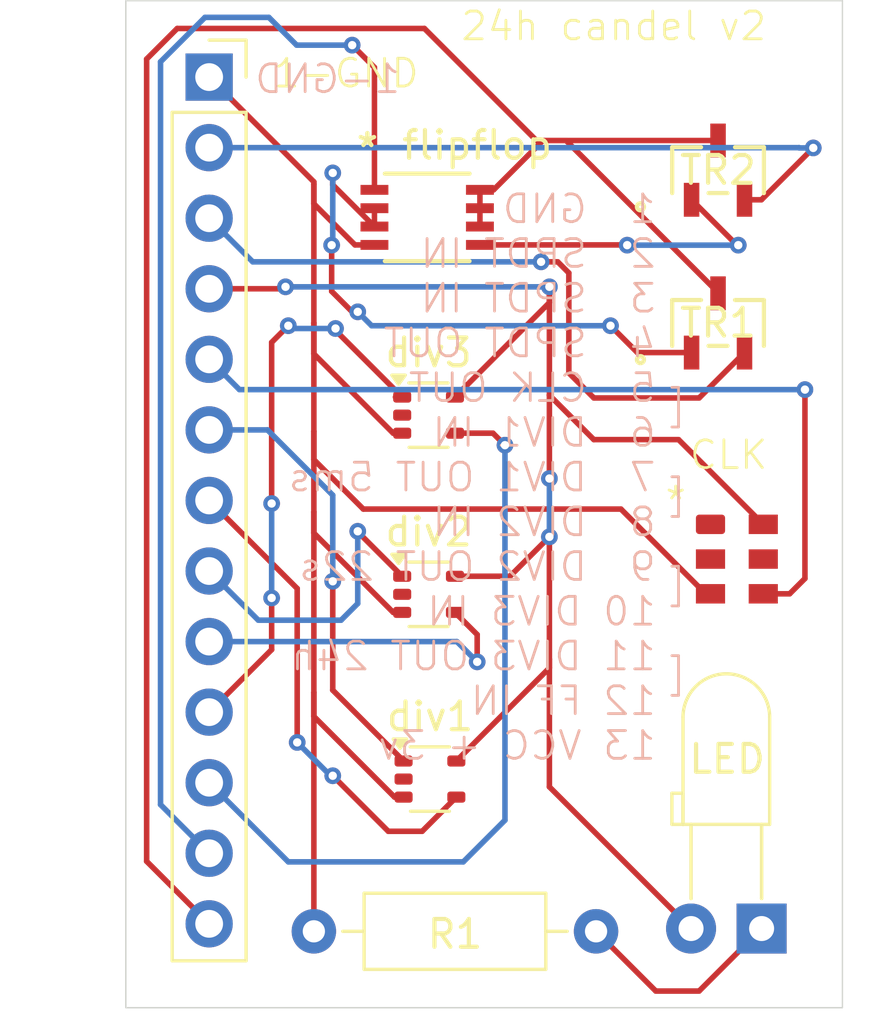
<source format=kicad_pcb>
(kicad_pcb (version 20240108) (generator "pcbnew") (generator_version "8.0")
  (layers (0 "F.Cu" signal) (31 "B.Cu" signal) (34 "B.Paste" user) (35 "F.Paste" user) (36 "B.SilkS" user "B.Silkscreen") (37 "F.SilkS" user "F.Silkscreen") (38 "B.Mask" user) (39 "F.Mask" user) (44 "Edge.Cuts" user))
  (net 0 "")
  (net 1 "Net-(D1-K)")
  (net 2 "Net-(J7-Pin_6)")
  (net 3 "Net-(J7-Pin_7)")
  (net 4 "Net-(J7-Pin_9)")
  (net 5 "Net-(J7-Pin_8)")
  (net 6 "Net-(J7-Pin_10)")
  (net 7 "Net-(J7-Pin_11)")
  (net 8 "Net-(J7-Pin_3)")
  (net 9 "Net-(J7-Pin_2)")
  (net 10 "Net-(TR1-Pad1)")
  (net 11 "Net-(TR2-Pad1)")
  (net 12 "Net-(J7-Pin_12)")
  (net 13 "Net-(CLK1-GND)")
  (net 14 "Net-(CLK1-Vdd)")
  (net 17 "Net-(CLK1-CLK+)")
  (net 22 "/GND")
  (footprint "CustomComponents:MTR_MMBT2222A-TP_MCE" (layer "F.Cu") (at 143.5715 58.1)
    (property "Reference" "TR2" (at 0 0 0) (layer "F.SilkS"))
    (property "Value" "MMBT2222A-TP")
    (fp_line (start -1.651 -0.8255) (end -1.651 0.8255) (stroke (width 0.1524)) (layer "F.SilkS"))
    (fp_line (start -0.61214 -0.8255) (end -1.651 -0.8255) (stroke (width 0.1524)) (layer "F.SilkS"))
    (fp_line (start -0.34036 0.8255) (end 0.34036 0.8255) (stroke (width 0.1524)) (layer "F.SilkS"))
    (fp_line (start 1.651 -0.8255) (end 0.61214 -0.8255) (stroke (width 0.1524)) (layer "F.SilkS"))
    (fp_line (start 1.651 0.8255) (end 1.651 -0.8255) (stroke (width 0.1524)) (layer "F.SilkS"))
    (fp_circle (center -2.794 1.3208) (end -2.667 1.3208) (stroke (width 0.1524)) (fill none) (layer "F.SilkS"))
    (pad "1" smd rect (at -0.9525 1.0668) (size 0.5588 1.2192) (layers "F.Cu" "F.Paste" "F.Mask") (net 11 "Net-(TR2-Pad1)"))
    (pad "2" smd rect (at 0.9525 1.0668) (size 0.5588 1.2192) (layers "F.Cu" "F.Paste" "F.Mask") (net 9 "Net-(J7-Pin_2)"))
    (pad "3" smd rect (at 0 -1.0668) (size 0.5588 1.2192) (layers "F.Cu" "F.Paste" "F.Mask") (net 22 "/GND"))
  )
  (footprint "Package_TO_SOT_SMD:SOT-353_SC-70-5" (layer "F.Cu") (at 133.15 66.9188)
    (property "Reference" "div3" (at 0 -2.25 0) (layer "F.SilkS"))
    (property "Value" "74AHC1G4210")
    (fp_line (start -0.71 -1.16) (end 0.7 -1.16) (stroke (width 0.12)) (layer "F.SilkS"))
    (fp_line (start -0.7 1.16) (end 0.7 1.16) (stroke (width 0.12)) (layer "F.SilkS"))
    (fp_poly (pts (xy -1.08 -1.11) (xy -1.32 -1.44) (xy -0.84 -1.44) (xy -1.08 -1.11)) (stroke (width 0.12)) (fill solid) (layer "F.SilkS"))
    (pad "1" smd roundrect (at -0.95 -0.65) (size 0.65 0.4) (layers "F.Cu" "F.Paste" "F.Mask") (net 6 "Net-(J7-Pin_10)"))
    (pad "2" smd roundrect (at -0.95 0) (size 0.65 0.4) (layers "F.Cu" "F.Paste" "F.Mask"))
    (pad "3" smd roundrect (at -0.95 0.65) (size 0.65 0.4) (layers "F.Cu" "F.Paste" "F.Mask") (net 13 "Net-(CLK1-GND)"))
    (pad "4" smd roundrect (at 0.95 0.65) (size 0.65 0.4) (layers "F.Cu" "F.Paste" "F.Mask") (net 7 "Net-(J7-Pin_11)"))
    (pad "5" smd roundrect (at 0.95 -0.65) (size 0.65 0.4) (layers "F.Cu" "F.Paste" "F.Mask") (net 14 "Net-(CLK1-Vdd)"))
  )
  (footprint "Resistor_THT:R_Axial_DIN0207_L6.3mm_D2.5mm_P10.16mm_Horizontal" (layer "F.Cu") (at 129.02 85.5)
    (property "Reference" "R1" (at 5.08 0.1 0) (layer "F.SilkS"))
    (property "Value" "R")
    (fp_line (start 1.04 0) (end 1.81 0) (stroke (width 0.12)) (layer "F.SilkS"))
    (fp_line (start 1.81 -1.37) (end 1.81 1.37) (stroke (width 0.12)) (layer "F.SilkS"))
    (fp_line (start 1.81 1.37) (end 8.35 1.37) (stroke (width 0.12)) (layer "F.SilkS"))
    (fp_line (start 8.35 -1.37) (end 1.81 -1.37) (stroke (width 0.12)) (layer "F.SilkS"))
    (fp_line (start 8.35 1.37) (end 8.35 -1.37) (stroke (width 0.12)) (layer "F.SilkS"))
    (fp_line (start 9.12 0) (end 8.35 0) (stroke (width 0.12)) (layer "F.SilkS"))
    (pad "1" thru_hole circle (at 0 0) (size 1.6 1.6) (drill 0.8) (layers "*.Cu" "*.Mask") (net 13 "Net-(CLK1-GND)"))
    (pad "2" thru_hole oval (at 10.16 0) (size 1.6 1.6) (drill 0.8) (layers "*.Cu" "*.Mask") (net 1 "Net-(D1-K)"))
  )
  (footprint "CustomComponents:SM8_TOS" (layer "F.Cu") (at 133.1 59.8)
    (property "Reference" "flipflop" (at 1.8 -2.6 0) (layer "F.SilkS"))
    (property "Value" "TC7W74FU_LF")
    (fp_line (start -1.524 1.5748) (end 1.524 1.5748) (stroke (width 0.1524)) (layer "F.SilkS"))
    (fp_line (start 1.524 -1.5748) (end -1.524 -1.5748) (stroke (width 0.1524)) (layer "F.SilkS"))
    (fp_text user "*" (at -2.15265 -2.4892 0) (layer "F.SilkS"))
    (fp_text user "*" (at -2.15265 -2.4892 0) (layer "F.SilkS"))
    (pad "1" smd rect (at -1.89865 -0.9906) (size 1.0033 0.3556) (layers "F.Cu" "F.Paste" "F.Mask") (net 12 "Net-(J7-Pin_12)"))
    (pad "2" smd rect (at -1.89865 -0.3302) (size 1.0033 0.3556) (layers "F.Cu" "F.Paste" "F.Mask") (net 10 "Net-(TR1-Pad1)"))
    (pad "3" smd rect (at -1.89865 0.3302) (size 1.0033 0.3556) (layers "F.Cu" "F.Paste" "F.Mask") (net 10 "Net-(TR1-Pad1)"))
    (pad "4" smd rect (at -1.89865 0.9906) (size 1.0033 0.3556) (layers "F.Cu" "F.Paste" "F.Mask") (net 13 "Net-(CLK1-GND)"))
    (pad "5" smd rect (at 1.89865 0.9906) (size 1.0033 0.3556) (layers "F.Cu" "F.Paste" "F.Mask") (net 11 "Net-(TR2-Pad1)"))
    (pad "6" smd rect (at 1.89865 0.3302) (size 1.0033 0.3556) (layers "F.Cu" "F.Paste" "F.Mask") (net 22 "/GND"))
    (pad "7" smd rect (at 1.89865 -0.3302) (size 1.0033 0.3556) (layers "F.Cu" "F.Paste" "F.Mask") (net 22 "/GND"))
    (pad "8" smd rect (at 1.89865 -0.9906) (size 1.0033 0.3556) (layers "F.Cu" "F.Paste" "F.Mask") (net 22 "/GND"))
  )
  (footprint "Connector_PinSocket_2.54mm:PinSocket_1x13_P2.54mm_Vertical" (layer "F.Cu") (at 125.25 54.75)
    (property "Reference" "J7" (hide yes))
    (property "Value" "Conn_01x13_Socket")
    (fp_line (start -1.33 1.27) (end -1.33 31.81) (stroke (width 0.12)) (layer "F.SilkS"))
    (fp_line (start -1.33 1.27) (end 1.33 1.27) (stroke (width 0.12)) (layer "F.SilkS"))
    (fp_line (start -1.33 31.81) (end 1.33 31.81) (stroke (width 0.12)) (layer "F.SilkS"))
    (fp_line (start 0 -1.33) (end 1.33 -1.33) (stroke (width 0.12)) (layer "F.SilkS"))
    (fp_line (start 1.33 -1.33) (end 1.33 0) (stroke (width 0.12)) (layer "F.SilkS"))
    (fp_line (start 1.33 1.27) (end 1.33 31.81) (stroke (width 0.12)) (layer "F.SilkS"))
    (pad "1" thru_hole rect (at 0 0) (size 1.7 1.7) (drill 1) (layers "*.Cu" "*.Mask") (net 13 "Net-(CLK1-GND)"))
    (pad "2" thru_hole oval (at 0 2.54) (size 1.7 1.7) (drill 1) (layers "*.Cu" "*.Mask") (net 9 "Net-(J7-Pin_2)"))
    (pad "3" thru_hole oval (at 0 5.08) (size 1.7 1.7) (drill 1) (layers "*.Cu" "*.Mask") (net 8 "Net-(J7-Pin_3)"))
    (pad "4" thru_hole oval (at 0 7.62) (size 1.7 1.7) (drill 1) (layers "*.Cu" "*.Mask") (net 14 "Net-(CLK1-Vdd)"))
    (pad "5" thru_hole oval (at 0 10.16) (size 1.7 1.7) (drill 1) (layers "*.Cu" "*.Mask") (net 17 "Net-(CLK1-CLK+)"))
    (pad "6" thru_hole oval (at 0 12.7) (size 1.7 1.7) (drill 1) (layers "*.Cu" "*.Mask") (net 2 "Net-(J7-Pin_6)"))
    (pad "7" thru_hole oval (at 0 15.24) (size 1.7 1.7) (drill 1) (layers "*.Cu" "*.Mask") (net 3 "Net-(J7-Pin_7)"))
    (pad "8" thru_hole oval (at 0 17.78) (size 1.7 1.7) (drill 1) (layers "*.Cu" "*.Mask") (net 5 "Net-(J7-Pin_8)"))
    (pad "9" thru_hole oval (at 0 20.32) (size 1.7 1.7) (drill 1) (layers "*.Cu" "*.Mask") (net 4 "Net-(J7-Pin_9)"))
    (pad "10" thru_hole oval (at 0 22.86) (size 1.7 1.7) (drill 1) (layers "*.Cu" "*.Mask") (net 6 "Net-(J7-Pin_10)"))
    (pad "11" thru_hole oval (at 0 25.4) (size 1.7 1.7) (drill 1) (layers "*.Cu" "*.Mask") (net 7 "Net-(J7-Pin_11)"))
    (pad "12" thru_hole oval (at 0 27.94) (size 1.7 1.7) (drill 1) (layers "*.Cu" "*.Mask") (net 12 "Net-(J7-Pin_12)"))
    (pad "13" thru_hole oval (at 0 30.48) (size 1.7 1.7) (drill 1) (layers "*.Cu" "*.Mask") (net 22 "/GND"))
  )
  (footprint "Package_TO_SOT_SMD:SOT-353_SC-70-5" (layer "F.Cu") (at 133.2 80.0188)
    (property "Reference" "div1" (at 0 -2.25 0) (layer "F.SilkS"))
    (property "Value" "74AHC1G4210")
    (fp_line (start -0.71 -1.16) (end 0.7 -1.16) (stroke (width 0.12)) (layer "F.SilkS"))
    (fp_line (start -0.7 1.16) (end 0.7 1.16) (stroke (width 0.12)) (layer "F.SilkS"))
    (fp_poly (pts (xy -1.08 -1.11) (xy -1.32 -1.44) (xy -0.84 -1.44) (xy -1.08 -1.11)) (stroke (width 0.12)) (fill solid) (layer "F.SilkS"))
    (pad "1" smd roundrect (at -0.95 -0.65) (size 0.65 0.4) (layers "F.Cu" "F.Paste" "F.Mask") (net 2 "Net-(J7-Pin_6)"))
    (pad "2" smd roundrect (at -0.95 0) (size 0.65 0.4) (layers "F.Cu" "F.Paste" "F.Mask"))
    (pad "3" smd roundrect (at -0.95 0.65) (size 0.65 0.4) (layers "F.Cu" "F.Paste" "F.Mask") (net 13 "Net-(CLK1-GND)"))
    (pad "4" smd roundrect (at 0.95 0.65) (size 0.65 0.4) (layers "F.Cu" "F.Paste" "F.Mask") (net 3 "Net-(J7-Pin_7)"))
    (pad "5" smd roundrect (at 0.95 -0.65) (size 0.65 0.4) (layers "F.Cu" "F.Paste" "F.Mask") (net 14 "Net-(CLK1-Vdd)"))
  )
  (footprint "LED_THT:LED_D3.0mm_Horizontal_O3.81mm_Z10.0mm" (layer "F.Cu") (at 145.14 85.4 180)
    (property "Reference" "LED" (at 1.24 6.1 180) (layer "F.SilkS"))
    (property "Value" "LED")
    (fp_line (start 3.23 4.87) (end 2.83 4.87) (stroke (width 0.12)) (layer "F.SilkS"))
    (fp_line (start 3.23 3.75) (end 3.23 4.87) (stroke (width 0.12)) (layer "F.SilkS"))
    (fp_line (start 2.83 4.87) (end 2.83 3.75) (stroke (width 0.12)) (layer "F.SilkS"))
    (fp_line (start 2.83 3.75) (end 3.23 3.75) (stroke (width 0.12)) (layer "F.SilkS"))
    (fp_line (start 2.83 3.75) (end 2.83 7.61) (stroke (width 0.12)) (layer "F.SilkS"))
    (fp_line (start 2.54 3.75) (end 2.54 3.75) (stroke (width 0.12)) (layer "F.SilkS"))
    (fp_line (start 2.54 3.75) (end 2.54 1.08) (stroke (width 0.12)) (layer "F.SilkS"))
    (fp_line (start 2.54 1.08) (end 2.54 3.75) (stroke (width 0.12)) (layer "F.SilkS"))
    (fp_line (start 2.54 1.08) (end 2.54 1.08) (stroke (width 0.12)) (layer "F.SilkS"))
    (fp_line (start 0 3.75) (end 0 3.75) (stroke (width 0.12)) (layer "F.SilkS"))
    (fp_line (start 0 3.75) (end 0 1.08) (stroke (width 0.12)) (layer "F.SilkS"))
    (fp_line (start 0 1.08) (end 0 3.75) (stroke (width 0.12)) (layer "F.SilkS"))
    (fp_line (start 0 1.08) (end 0 1.08) (stroke (width 0.12)) (layer "F.SilkS"))
    (fp_line (start -0.29 3.75) (end 2.83 3.75) (stroke (width 0.12)) (layer "F.SilkS"))
    (fp_line (start -0.29 3.75) (end -0.29 7.61) (stroke (width 0.12)) (layer "F.SilkS"))
    (fp_arc (start 2.83 7.61) (mid 1.27 9.17) (end -0.29 7.61) (stroke (width 0.12)) (layer "F.SilkS"))
    (pad "1" thru_hole rect (at 0 0 180) (size 1.8 1.8) (drill 0.9) (layers "*.Cu" "*.Mask") (net 1 "Net-(D1-K)"))
    (pad "2" thru_hole circle (at 2.54 0 180) (size 1.8 1.8) (drill 0.9) (layers "*.Cu" "*.Mask") (net 14 "Net-(CLK1-Vdd)"))
  )
  (footprint "Package_TO_SOT_SMD:SOT-353_SC-70-5" (layer "F.Cu") (at 133.15 73.3688)
    (property "Reference" "div2" (at 0 -2.25 0) (layer "F.SilkS"))
    (property "Value" "74AHC1G4210")
    (fp_line (start -0.71 -1.16) (end 0.7 -1.16) (stroke (width 0.12)) (layer "F.SilkS"))
    (fp_line (start -0.7 1.16) (end 0.7 1.16) (stroke (width 0.12)) (layer "F.SilkS"))
    (fp_poly (pts (xy -1.08 -1.11) (xy -1.32 -1.44) (xy -0.84 -1.44) (xy -1.08 -1.11)) (stroke (width 0.12)) (fill solid) (layer "F.SilkS"))
    (pad "1" smd roundrect (at -0.95 -0.65) (size 0.65 0.4) (layers "F.Cu" "F.Paste" "F.Mask") (net 5 "Net-(J7-Pin_8)"))
    (pad "2" smd roundrect (at -0.95 0) (size 0.65 0.4) (layers "F.Cu" "F.Paste" "F.Mask"))
    (pad "3" smd roundrect (at -0.95 0.65) (size 0.65 0.4) (layers "F.Cu" "F.Paste" "F.Mask") (net 13 "Net-(CLK1-GND)"))
    (pad "4" smd roundrect (at 0.95 0.65) (size 0.65 0.4) (layers "F.Cu" "F.Paste" "F.Mask") (net 4 "Net-(J7-Pin_9)"))
    (pad "5" smd roundrect (at 0.95 -0.65) (size 0.65 0.4) (layers "F.Cu" "F.Paste" "F.Mask") (net 14 "Net-(CLK1-Vdd)"))
  )
  (footprint "CustomComponents:510ACA000383BAGR" (layer "F.Cu") (at 141.4 69.6)
    (property "Reference" "CLK" (at 2.55 -1.25 0) (layer "F.SilkS") (effects (font (thickness 0.1))))
    (property "Value" "~")
    (pad "1" smd roundrect (at 1.9 1.25) (size 1.05 0.7) (layers "F.Cu" "F.Paste" "F.Mask") (roundrect_rratio 0.1640419948))
    (pad "2" smd rect (at 1.9 2.5) (size 1.05 0.7) (layers "F.Cu" "F.Paste" "F.Mask"))
    (pad "3" smd rect (at 1.9 3.75) (size 1.05 0.7) (layers "F.Cu" "F.Paste" "F.Mask") (net 13 "Net-(CLK1-GND)"))
    (pad "4" smd rect (at 3.8 3.75) (size 1.05 0.7) (layers "F.Cu" "F.Paste" "F.Mask") (net 17 "Net-(CLK1-CLK+)"))
    (pad "5" smd rect (at 3.8 2.5) (size 1.05 0.7) (layers "F.Cu" "F.Paste" "F.Mask"))
    (pad "6" smd rect (at 3.8 1.25) (size 1.05 0.7) (layers "F.Cu" "F.Paste" "F.Mask") (net 14 "Net-(CLK1-Vdd)"))
  )
  (footprint "CustomComponents:MTR_MMBT2222A-TP_MCE" (layer "F.Cu") (at 143.5715 63.6)
    (property "Reference" "TR1" (at 0 0 0) (layer "F.SilkS"))
    (property "Value" "MMBT2222A-TP")
    (fp_line (start -1.651 -0.8255) (end -1.651 0.8255) (stroke (width 0.1524)) (layer "F.SilkS"))
    (fp_line (start -0.61214 -0.8255) (end -1.651 -0.8255) (stroke (width 0.1524)) (layer "F.SilkS"))
    (fp_line (start -0.34036 0.8255) (end 0.34036 0.8255) (stroke (width 0.1524)) (layer "F.SilkS"))
    (fp_line (start 1.651 -0.8255) (end 0.61214 -0.8255) (stroke (width 0.1524)) (layer "F.SilkS"))
    (fp_line (start 1.651 0.8255) (end 1.651 -0.8255) (stroke (width 0.1524)) (layer "F.SilkS"))
    (fp_circle (center -2.794 1.3208) (end -2.667 1.3208) (stroke (width 0.1524)) (fill none) (layer "F.SilkS"))
    (pad "1" smd rect (at -0.9525 1.0668) (size 0.5588 1.2192) (layers "F.Cu" "F.Paste" "F.Mask") (net 10 "Net-(TR1-Pad1)"))
    (pad "2" smd rect (at 0.9525 1.0668) (size 0.5588 1.2192) (layers "F.Cu" "F.Paste" "F.Mask") (net 8 "Net-(J7-Pin_3)"))
    (pad "3" smd rect (at 0 -1.0668) (size 0.5588 1.2192) (layers "F.Cu" "F.Paste" "F.Mask") (net 22 "/GND"))
  )
  (gr_rect (start 122.25 52) (end 148.05 88.25) (stroke (width 0.05)) (fill none) (layer "Edge.Cuts"))
  (gr_text "[\n\n[\n\n[\n\n[\n" (at 142.5 76.8 0) (layer "B.SilkS") (effects (font (size 1 1) (thickness 0.1)) (justify left bottom mirror)))
  (gr_text "1-GND" (at 132.2 55.4 0) (layer "B.SilkS") (effects (font (size 1 1) (thickness 0.1)) (justify left bottom mirror)))
  (gr_text "1  GND\n2  SPDT IN\n3  SPDT IN\n4  SPDT OUT\n5  CLK OUT\n6  DIV1 IN\n7  DIV1 OUT 5ms\n8  DIV2 IN\n9  DIV2 OUT 22s\n10 DIV3 IN\n11 DIV3 OUT 24h\n12 FF IN\n13 VCC + 3v" (at 141.4 79.4 0) (layer "B.SilkS") (effects (font (size 1 1) (thickness 0.1)) (justify left bottom mirror)))
  (gr_text "1-GND" (at 127.5 55.2 0) (layer "F.SilkS") (effects (font (size 1 1) (thickness 0.1)) (justify left bottom)))
  (gr_text "*" (at 141.6 70.6 0) (layer "F.SilkS") (effects (font (size 1 1) (thickness 0.1)) (justify left bottom)))
  (gr_text "24h candel v2" (at 134.25 53.5 0) (layer "F.SilkS") (effects (font (size 1 1) (thickness 0.1)) (justify left bottom)))
  (segment (start 142.89 87.65) (end 141.33 87.65) (width 0.2) (layer "F.Cu") (net 1))
  (segment (start 145.14 85.4) (end 142.89 87.65) (width 0.2) (layer "F.Cu") (net 1))
  (segment (start 141.33 87.65) (end 139.18 85.5) (width 0.2) (layer "F.Cu") (net 1))
  (segment (start 132.25 79.3688) (end 129.7 76.8188) (width 0.2) (layer "F.Cu") (net 2))
  (segment (start 129.7 76.8188) (end 129.7 72.9) (width 0.2) (layer "F.Cu") (net 2))
  (via (at 129.7 72.9) (size 0.6) (drill 0.3) (layers "F.Cu" "B.Cu") (net 2))
  (segment (start 129.7 69.8) (end 127.35 67.45) (width 0.2) (layer "B.Cu") (net 2))
  (segment (start 127.35 67.45) (end 125.25 67.45) (width 0.2) (layer "B.Cu") (net 2))
  (segment (start 129.7 72.9) (end 129.7 69.8) (width 0.2) (layer "B.Cu") (net 2))
  (segment (start 134.15 80.6688) (end 132.9188 81.9) (width 0.2) (layer "F.Cu") (net 3))
  (segment (start 131.7 81.9) (end 129.7 79.9) (width 0.2) (layer "F.Cu") (net 3))
  (segment (start 128.42 78.7) (end 128.42 73.16) (width 0.2) (layer "F.Cu") (net 3))
  (segment (start 132.9188 81.9) (end 131.7 81.9) (width 0.2) (layer "F.Cu") (net 3))
  (segment (start 128.42 73.16) (end 125.25 69.99) (width 0.2) (layer "F.Cu") (net 3))
  (via (at 129.7 79.9) (size 0.6) (drill 0.3) (layers "F.Cu" "B.Cu") (net 3))
  (via (at 128.42 78.7) (size 0.6) (drill 0.3) (layers "F.Cu" "B.Cu") (net 3))
  (segment (start 129.7 79.9) (end 129.62 79.9) (width 0.2) (layer "B.Cu") (net 3))
  (segment (start 129.62 79.9) (end 128.42 78.7) (width 0.2) (layer "B.Cu") (net 3))
  (segment (start 134.1 74.0188) (end 134.9 74.8188) (width 0.2) (layer "F.Cu") (net 4))
  (segment (start 134.9 74.8188) (end 134.9 75.8) (width 0.2) (layer "F.Cu") (net 4))
  (via (at 134.9 75.8) (size 0.6) (drill 0.3) (layers "F.Cu" "B.Cu") (net 4))
  (segment (start 125.25 75.07) (end 134.17 75.07) (width 0.2) (layer "B.Cu") (net 4))
  (segment (start 134.17 75.07) (end 134.9 75.8) (width 0.2) (layer "B.Cu") (net 4))
  (segment (start 132.2 72.7188) (end 130.6 71.1188) (width 0.2) (layer "F.Cu") (net 5))
  (segment (start 130.6 71.1188) (end 130.6 71.1) (width 0.2) (layer "F.Cu") (net 5))
  (via (at 130.6 71.1) (size 0.6) (drill 0.3) (layers "F.Cu" "B.Cu") (net 5))
  (segment (start 130 74.3) (end 127.02 74.3) (width 0.2) (layer "B.Cu") (net 5))
  (segment (start 130.6 71.1) (end 130.6 73.7) (width 0.2) (layer "B.Cu") (net 5))
  (segment (start 130.6 73.7) (end 130 74.3) (width 0.2) (layer "B.Cu") (net 5))
  (segment (start 127.02 74.3) (end 125.25 72.53) (width 0.2) (layer "B.Cu") (net 5))
  (segment (start 125.25 77.61) (end 127.5 75.36) (width 0.2) (layer "F.Cu") (net 6))
  (segment (start 132.2 66.2688) (end 131.956544 66.2688) (width 0.2) (layer "F.Cu") (net 6))
  (segment (start 127.5 75.36) (end 127.5 73.5) (width 0.2) (layer "F.Cu") (net 6))
  (segment (start 127.5 64.3) (end 128.1 63.7) (width 0.2) (layer "F.Cu") (net 6))
  (segment (start 127.5 70.1) (end 127.5 64.3) (width 0.2) (layer "F.Cu") (net 6))
  (segment (start 129.8 63.8688) (end 129.8 63.8) (width 0.2) (layer "F.Cu") (net 6))
  (segment (start 132.2 66.2688) (end 129.8 63.8688) (width 0.2) (layer "F.Cu") (net 6))
  (via (at 127.5 73.5) (size 0.6) (drill 0.3) (layers "F.Cu" "B.Cu") (net 6))
  (via (at 129.8 63.8) (size 0.6) (drill 0.3) (layers "F.Cu" "B.Cu") (net 6))
  (via (at 128.1 63.7) (size 0.6) (drill 0.3) (layers "F.Cu" "B.Cu") (net 6))
  (via (at 127.5 70.1) (size 0.6) (drill 0.3) (layers "F.Cu" "B.Cu") (net 6))
  (segment (start 128.2 63.8) (end 128.1 63.7) (width 0.2) (layer "B.Cu") (net 6))
  (segment (start 127.5 73.5) (end 127.5 70.1) (width 0.2) (layer "B.Cu") (net 6))
  (segment (start 129.8 63.8) (end 128.2 63.8) (width 0.2) (layer "B.Cu") (net 6))
  (segment (start 134.1 67.5688) (end 135.4688 67.5688) (width 0.2) (layer "F.Cu") (net 7))
  (segment (start 135.4688 67.5688) (end 135.9 68) (width 0.2) (layer "F.Cu") (net 7))
  (via (at 135.9 68) (size 0.6) (drill 0.3) (layers "F.Cu" "B.Cu") (net 7))
  (segment (start 135.9 81.5) (end 134.4 83) (width 0.2) (layer "B.Cu") (net 7))
  (segment (start 134.4 83) (end 128.1 83) (width 0.2) (layer "B.Cu") (net 7))
  (segment (start 135.9 68) (end 135.9 81.5) (width 0.2) (layer "B.Cu") (net 7))
  (segment (start 128.1 83) (end 125.25 80.15) (width 0.2) (layer "B.Cu") (net 7))
  (segment (start 138.2 61.8) (end 137.8 61.4) (width 0.2) (layer "F.Cu") (net 8))
  (segment (start 139.1 66.3) (end 138.2 65.4) (width 0.2) (layer "F.Cu") (net 8))
  (segment (start 144.524 64.6668) (end 142.8908 66.3) (width 0.2) (layer "F.Cu") (net 8))
  (segment (start 142.8908 66.3) (end 139.1 66.3) (width 0.2) (layer "F.Cu") (net 8))
  (segment (start 137.8 61.4) (end 137.2 61.4) (width 0.2) (layer "F.Cu") (net 8))
  (segment (start 138.2 65.4) (end 138.2 61.8) (width 0.2) (layer "F.Cu") (net 8))
  (via (at 137.2 61.4) (size 0.6) (drill 0.3) (layers "F.Cu" "B.Cu") (net 8))
  (segment (start 137.2 61.4) (end 126.82 61.4) (width 0.2) (layer "B.Cu") (net 8))
  (segment (start 126.82 61.4) (end 125.25 59.83) (width 0.2) (layer "B.Cu") (net 8))
  (segment (start 144.524 59.1668) (end 145.1332 59.1668) (width 0.2) (layer "F.Cu") (net 9))
  (segment (start 145.1332 59.1668) (end 147 57.3) (width 0.2) (layer "F.Cu") (net 9))
  (via (at 147 57.3) (size 0.6) (drill 0.3) (layers "F.Cu" "B.Cu") (net 9))
  (segment (start 146.5 57.3) (end 146.49 57.29) (width 0.2) (layer "B.Cu") (net 9))
  (segment (start 146.49 57.29) (end 125.25 57.29) (width 0.2) (layer "B.Cu") (net 9))
  (segment (start 147 57.3) (end 146.5 57.3) (width 0.2) (layer "B.Cu") (net 9))
  (segment (start 130.6 63.2) (end 130.4 63.2) (width 0.2) (layer "F.Cu") (net 10))
  (segment (start 129.7 58.2) (end 129.7 58.62885) (width 0.2) (layer "F.Cu") (net 10))
  (segment (start 142.619 64.6668) (end 140.6668 64.6668) (width 0.2) (layer "F.Cu") (net 10))
  (segment (start 140.6668 64.6668) (end 139.7 63.7) (width 0.2) (layer "F.Cu") (net 10))
  (segment (start 130.4 63.2) (end 129.660572 62.460572) (width 0.2) (layer "F.Cu") (net 10))
  (segment (start 131.20135 59.4698) (end 131.20135 60.1302) (width 0.2) (layer "F.Cu") (net 10))
  (segment (start 129.660572 62.460572) (end 129.660572 60.8) (width 0.2) (layer "F.Cu") (net 10))
  (segment (start 129.7 58.62885) (end 131.20135 60.1302) (width 0.2) (layer "F.Cu") (net 10))
  (via (at 129.660572 60.8) (size 0.6) (drill 0.3) (layers "F.Cu" "B.Cu") (net 10))
  (via (at 129.7 58.2) (size 0.6) (drill 0.3) (layers "F.Cu" "B.Cu") (net 10))
  (via (at 139.7 63.7) (size 0.6) (drill 0.3) (layers "F.Cu" "B.Cu") (net 10))
  (via (at 130.6 63.2) (size 0.6) (drill 0.3) (layers "F.Cu" "B.Cu") (net 10))
  (segment (start 139.7 63.7) (end 131.1 63.7) (width 0.2) (layer "B.Cu") (net 10))
  (segment (start 131.1 63.7) (end 130.6 63.2) (width 0.2) (layer "B.Cu") (net 10))
  (segment (start 129.660572 60.8) (end 129.660572 60.739428) (width 0.2) (layer "B.Cu") (net 10))
  (segment (start 129.660572 60.739428) (end 129.7 60.7) (width 0.2) (layer "B.Cu") (net 10))
  (segment (start 129.7 60.7) (end 129.7 58.2) (width 0.2) (layer "B.Cu") (net 10))
  (segment (start 142.619 59.1668) (end 144.2522 60.8) (width 0.2) (layer "F.Cu") (net 11))
  (segment (start 134.99865 60.7906) (end 140.2906 60.7906) (width 0.2) (layer "F.Cu") (net 11))
  (segment (start 140.2906 60.7906) (end 140.3 60.8) (width 0.2) (layer "F.Cu") (net 11))
  (segment (start 144.2522 60.8) (end 144.3 60.8) (width 0.2) (layer "F.Cu") (net 11))
  (via (at 144.3 60.8) (size 0.6) (drill 0.3) (layers "F.Cu" "B.Cu") (net 11))
  (via (at 140.3 60.8) (size 0.6) (drill 0.3) (layers "F.Cu" "B.Cu") (net 11))
  (segment (start 144.3 60.8) (end 140.3 60.8) (width 0.2) (layer "B.Cu") (net 11))
  (segment (start 131.20135 58.8094) (end 131.20135 54.40135) (width 0.2) (layer "F.Cu") (net 12))
  (segment (start 131.20135 54.40135) (end 130.4 53.6) (width 0.2) (layer "F.Cu") (net 12))
  (via (at 130.4 53.6) (size 0.6) (drill 0.3) (layers "F.Cu" "B.Cu") (net 12))
  (segment (start 127.4 52.6) (end 125.1 52.6) (width 0.2) (layer "B.Cu") (net 12))
  (segment (start 128.4 53.6) (end 127.4 52.6) (width 0.2) (layer "B.Cu") (net 12))
  (segment (start 125.1 52.6) (end 123.5 54.2) (width 0.2) (layer "B.Cu") (net 12))
  (segment (start 123.5 80.94) (end 125.25 82.69) (width 0.2) (layer "B.Cu") (net 12))
  (segment (start 130.4 53.6) (end 128.4 53.6) (width 0.2) (layer "B.Cu") (net 12))
  (segment (start 123.5 54.2) (end 123.5 80.94) (width 0.2) (layer "B.Cu") (net 12))
  (segment (start 129.02 67.5) (end 129.02 70.4) (width 0.2) (layer "F.Cu") (net 13))
  (segment (start 140.075 70.3) (end 130.8 70.3) (width 0.2) (layer "F.Cu") (net 13))
  (segment (start 131.925001 80.6688) (end 129.02 77.763799) (width 0.2) (layer "F.Cu") (net 13))
  (segment (start 129.02 68.52) (end 129.02 67.5) (width 0.2) (layer "F.Cu") (net 13))
  (segment (start 129.02 58.6) (end 129.02 59.3109) (width 0.2) (layer "F.Cu") (net 13))
  (segment (start 130.4997 60.7906) (end 131.20135 60.7906) (width 0.2) (layer "F.Cu") (net 13))
  (segment (start 132.25 80.6688) (end 131.925001 80.6688) (width 0.2) (layer "F.Cu") (net 13))
  (segment (start 131.875001 74.0188) (end 129.02 71.163799) (width 0.2) (layer "F.Cu") (net 13))
  (segment (start 125.25 54.75) (end 129.02 58.52) (width 0.2) (layer "F.Cu") (net 13))
  (segment (start 129.02 63.6) (end 129.02 67.5) (width 0.2) (layer "F.Cu") (net 13))
  (segment (start 143.125 73.35) (end 140.075 70.3) (width 0.2) (layer "F.Cu") (net 13))
  (segment (start 129.02 71.163799) (end 129.02 70.4) (width 0.2) (layer "F.Cu") (net 13))
  (segment (start 132.2 74.0188) (end 131.875001 74.0188) (width 0.2) (layer "F.Cu") (net 13))
  (segment (start 129.02 58.52) (end 129.02 58.6) (width 0.2) (layer "F.Cu") (net 13))
  (segment (start 131.875001 67.5688) (end 129.02 64.713799) (width 0.2) (layer "F.Cu") (net 13))
  (segment (start 129.02 59.3109) (end 130.4997 60.7906) (width 0.2) (layer "F.Cu") (net 13))
  (segment (start 130.8 70.3) (end 129.02 68.52) (width 0.2) (layer "F.Cu") (net 13))
  (segment (start 132.2 67.5688) (end 131.875001 67.5688) (width 0.2) (layer "F.Cu") (net 13))
  (segment (start 129.02 70.4) (end 129.02 76.9) (width 0.2) (layer "F.Cu") (net 13))
  (segment (start 129.02 77.763799) (end 129.02 76.9) (width 0.2) (layer "F.Cu") (net 13))
  (segment (start 129.02 58.6) (end 129.02 63.6) (width 0.2) (layer "F.Cu") (net 13))
  (segment (start 129.02 76.9) (end 129.02 85.5) (width 0.2) (layer "F.Cu") (net 13))
  (segment (start 129.02 64.713799) (end 129.02 63.6) (width 0.2) (layer "F.Cu") (net 13))
  (segment (start 143.3 73.35) (end 143.125 73.35) (width 0.2) (layer "F.Cu") (net 13))
  (segment (start 134.1 72.7188) (end 136.0812 72.7188) (width 0.2) (layer "F.Cu") (net 14))
  (segment (start 136.0812 72.7188) (end 137.5 71.3) (width 0.2) (layer "F.Cu") (net 14))
  (segment (start 137.5 66.2) (end 137.5 69.2) (width 0.2) (layer "F.Cu") (net 14))
  (segment (start 137.5 62.8688) (end 134.1 66.2688) (width 0.2) (layer "F.Cu") (net 14))
  (segment (start 145.2 70.85) (end 142.15 67.8) (width 0.2) (layer "F.Cu") (net 14))
  (segment (start 137.5 76.0188) (end 134.15 79.3688) (width 0.2) (layer "F.Cu") (net 14))
  (segment (start 137.5 62.3) (end 137.5 66.2) (width 0.2) (layer "F.Cu") (net 14))
  (segment (start 127.93 62.37) (end 128 62.3) (width 0.2) (layer "F.Cu") (net 14))
  (segment (start 137.5 71.3) (end 137.5 75.7) (width 0.2) (layer "F.Cu") (net 14))
  (segment (start 139.1 67.8) (end 137.5 66.2) (width 0.2) (layer "F.Cu") (net 14))
  (segment (start 137.5 80.3) (end 137.5 75.7) (width 0.2) (layer "F.Cu") (net 14))
  (segment (start 142.15 67.8) (end 139.1 67.8) (width 0.2) (layer "F.Cu") (net 14))
  (segment (start 137.5 62.3) (end 137.5 62.8688) (width 0.2) (layer "F.Cu") (net 14))
  (segment (start 137.5 75.7) (end 137.5 76.0188) (width 0.2) (layer "F.Cu") (net 14))
  (segment (start 125.25 62.37) (end 127.93 62.37) (width 0.2) (layer "F.Cu") (net 14))
  (segment (start 142.6 85.4) (end 137.5 80.3) (width 0.2) (layer "F.Cu") (net 14))
  (via (at 137.5 69.2) (size 0.6) (drill 0.3) (layers "F.Cu" "B.Cu") (net 14))
  (via (at 137.5 71.3) (size 0.6) (drill 0.3) (layers "F.Cu" "B.Cu") (net 14))
  (via (at 128 62.3) (size 0.6) (drill 0.3) (layers "F.Cu" "B.Cu") (net 14))
  (via (at 137.5 62.3) (size 0.6) (drill 0.3) (layers "F.Cu" "B.Cu") (net 14))
  (segment (start 128 62.3) (end 137.5 62.3) (width 0.2) (layer "B.Cu") (net 14))
  (segment (start 137.5 69.2) (end 137.5 71.3) (width 0.2) (layer "B.Cu") (net 14))
  (segment (start 146.15 73.35) (end 146.7 72.8) (width 0.2) (layer "F.Cu") (net 17))
  (segment (start 145.2 73.35) (end 146.15 73.35) (width 0.2) (layer "F.Cu") (net 17))
  (segment (start 146.7 72.8) (end 146.7 66) (width 0.2) (layer "F.Cu") (net 17))
  (via (at 146.7 66) (size 0.6) (drill 0.3) (layers "F.Cu" "B.Cu") (net 17))
  (segment (start 146.7 66) (end 126.34 66) (width 0.2) (layer "B.Cu") (net 17))
  (segment (start 126.34 66) (end 125.25 64.91) (width 0.2) (layer "B.Cu") (net 17))
  (segment (start 138.1 57.0332) (end 143.5715 57.0332) (width 0.2) (layer "F.Cu") (net 22))
  (segment (start 123 54.1) (end 124.1 53) (width 0.2) (layer "F.Cu") (net 22))
  (segment (start 134.99865 60.1302) (end 134.99865 59.4698) (width 0.2) (layer "F.Cu") (net 22))
  (segment (start 123 82.98) (end 123 54.1) (width 0.2) (layer "F.Cu") (net 22))
  (segment (start 134.99865 58.8094) (end 135.4906 58.8094) (width 0.2) (layer "F.Cu") (net 22))
  (segment (start 137.2668 57.0332) (end 138.1 57.0332) (width 0.2) (layer "F.Cu") (net 22))
  (segment (start 134.99865 59.4698) (end 134.99865 58.8094) (width 0.2) (layer "F.Cu") (net 22))
  (segment (start 124.1 53) (end 133 53) (width 0.2) (layer "F.Cu") (net 22))
  (segment (start 125.25 85.23) (end 123 82.98) (width 0.2) (layer "F.Cu") (net 22))
  (segment (start 143.5715 62.5332) (end 143.5715 62.5047) (width 0.2) (layer "F.Cu") (net 22))
  (segment (start 135.4906 58.8094) (end 137.2668 57.0332) (width 0.2) (layer "F.Cu") (net 22))
  (segment (start 133 53) (end 137.0332 57.0332) (width 0.2) (layer "F.Cu") (net 22))
  (segment (start 137.0332 57.0332) (end 138.1 57.0332) (width 0.2) (layer "F.Cu") (net 22))
  (segment (start 143.5715 62.5047) (end 138.1 57.0332) (width 0.2) (layer "F.Cu") (net 22))
)
</source>
